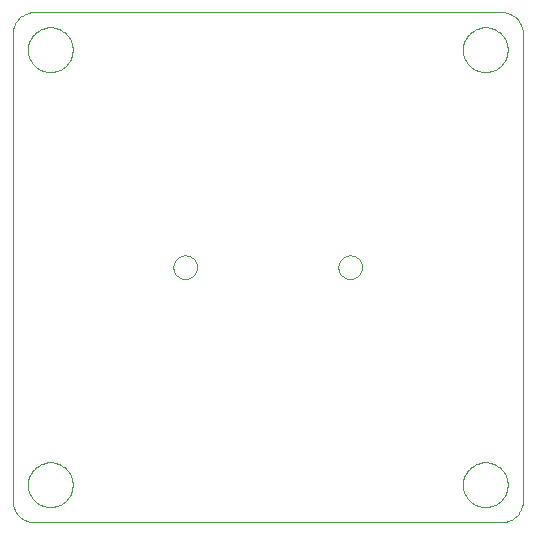
<source format=gbp>
G75*
G70*
%OFA0B0*%
%FSLAX24Y24*%
%IPPOS*%
%LPD*%
%AMOC8*
5,1,8,0,0,1.08239X$1,22.5*
%
%ADD10C,0.0000*%
D10*
X000150Y000857D02*
X000150Y016443D01*
X000152Y016493D01*
X000157Y016544D01*
X000166Y016593D01*
X000179Y016642D01*
X000195Y016690D01*
X000214Y016737D01*
X000236Y016782D01*
X000262Y016825D01*
X000291Y016867D01*
X000323Y016906D01*
X000357Y016943D01*
X000394Y016977D01*
X000433Y017009D01*
X000475Y017038D01*
X000518Y017064D01*
X000563Y017086D01*
X000610Y017105D01*
X000658Y017121D01*
X000707Y017134D01*
X000756Y017143D01*
X000807Y017148D01*
X000857Y017150D01*
X016443Y017150D01*
X016493Y017148D01*
X016544Y017143D01*
X016593Y017134D01*
X016642Y017121D01*
X016690Y017105D01*
X016737Y017086D01*
X016782Y017064D01*
X016825Y017038D01*
X016867Y017009D01*
X016906Y016977D01*
X016943Y016943D01*
X016977Y016906D01*
X017009Y016867D01*
X017038Y016825D01*
X017064Y016782D01*
X017086Y016737D01*
X017105Y016690D01*
X017121Y016642D01*
X017134Y016593D01*
X017143Y016544D01*
X017148Y016493D01*
X017150Y016443D01*
X017150Y000857D01*
X017148Y000807D01*
X017143Y000756D01*
X017134Y000707D01*
X017121Y000658D01*
X017105Y000610D01*
X017086Y000563D01*
X017064Y000518D01*
X017038Y000475D01*
X017009Y000433D01*
X016977Y000394D01*
X016943Y000357D01*
X016906Y000323D01*
X016867Y000291D01*
X016825Y000262D01*
X016782Y000236D01*
X016737Y000214D01*
X016690Y000195D01*
X016642Y000179D01*
X016593Y000166D01*
X016544Y000157D01*
X016493Y000152D01*
X016443Y000150D01*
X000857Y000150D01*
X000807Y000152D01*
X000756Y000157D01*
X000707Y000166D01*
X000658Y000179D01*
X000610Y000195D01*
X000563Y000214D01*
X000518Y000236D01*
X000475Y000262D01*
X000433Y000291D01*
X000394Y000323D01*
X000357Y000357D01*
X000323Y000394D01*
X000291Y000433D01*
X000262Y000475D01*
X000236Y000518D01*
X000214Y000563D01*
X000195Y000610D01*
X000179Y000658D01*
X000166Y000707D01*
X000157Y000756D01*
X000152Y000807D01*
X000150Y000857D01*
X000652Y001400D02*
X000654Y001455D01*
X000660Y001509D01*
X000670Y001563D01*
X000684Y001615D01*
X000701Y001667D01*
X000723Y001717D01*
X000748Y001766D01*
X000776Y001813D01*
X000808Y001857D01*
X000843Y001899D01*
X000881Y001938D01*
X000922Y001975D01*
X000965Y002008D01*
X001010Y002038D01*
X001058Y002065D01*
X001107Y002088D01*
X001158Y002108D01*
X001211Y002124D01*
X001264Y002136D01*
X001318Y002144D01*
X001373Y002148D01*
X001427Y002148D01*
X001482Y002144D01*
X001536Y002136D01*
X001589Y002124D01*
X001642Y002108D01*
X001693Y002088D01*
X001742Y002065D01*
X001790Y002038D01*
X001835Y002008D01*
X001878Y001975D01*
X001919Y001938D01*
X001957Y001899D01*
X001992Y001857D01*
X002024Y001813D01*
X002052Y001766D01*
X002077Y001717D01*
X002099Y001667D01*
X002116Y001615D01*
X002130Y001563D01*
X002140Y001509D01*
X002146Y001455D01*
X002148Y001400D01*
X002146Y001345D01*
X002140Y001291D01*
X002130Y001237D01*
X002116Y001185D01*
X002099Y001133D01*
X002077Y001083D01*
X002052Y001034D01*
X002024Y000987D01*
X001992Y000943D01*
X001957Y000901D01*
X001919Y000862D01*
X001878Y000825D01*
X001835Y000792D01*
X001790Y000762D01*
X001742Y000735D01*
X001693Y000712D01*
X001642Y000692D01*
X001589Y000676D01*
X001536Y000664D01*
X001482Y000656D01*
X001427Y000652D01*
X001373Y000652D01*
X001318Y000656D01*
X001264Y000664D01*
X001211Y000676D01*
X001158Y000692D01*
X001107Y000712D01*
X001058Y000735D01*
X001010Y000762D01*
X000965Y000792D01*
X000922Y000825D01*
X000881Y000862D01*
X000843Y000901D01*
X000808Y000943D01*
X000776Y000987D01*
X000748Y001034D01*
X000723Y001083D01*
X000701Y001133D01*
X000684Y001185D01*
X000670Y001237D01*
X000660Y001291D01*
X000654Y001345D01*
X000652Y001400D01*
X005506Y008650D02*
X005508Y008689D01*
X005514Y008728D01*
X005524Y008766D01*
X005537Y008803D01*
X005554Y008838D01*
X005574Y008872D01*
X005598Y008903D01*
X005625Y008932D01*
X005654Y008958D01*
X005686Y008981D01*
X005720Y009001D01*
X005756Y009017D01*
X005793Y009029D01*
X005832Y009038D01*
X005871Y009043D01*
X005910Y009044D01*
X005949Y009041D01*
X005988Y009034D01*
X006025Y009023D01*
X006062Y009009D01*
X006097Y008991D01*
X006130Y008970D01*
X006161Y008945D01*
X006189Y008918D01*
X006214Y008888D01*
X006236Y008855D01*
X006255Y008821D01*
X006270Y008785D01*
X006282Y008747D01*
X006290Y008709D01*
X006294Y008670D01*
X006294Y008630D01*
X006290Y008591D01*
X006282Y008553D01*
X006270Y008515D01*
X006255Y008479D01*
X006236Y008445D01*
X006214Y008412D01*
X006189Y008382D01*
X006161Y008355D01*
X006130Y008330D01*
X006097Y008309D01*
X006062Y008291D01*
X006025Y008277D01*
X005988Y008266D01*
X005949Y008259D01*
X005910Y008256D01*
X005871Y008257D01*
X005832Y008262D01*
X005793Y008271D01*
X005756Y008283D01*
X005720Y008299D01*
X005686Y008319D01*
X005654Y008342D01*
X005625Y008368D01*
X005598Y008397D01*
X005574Y008428D01*
X005554Y008462D01*
X005537Y008497D01*
X005524Y008534D01*
X005514Y008572D01*
X005508Y008611D01*
X005506Y008650D01*
X011006Y008650D02*
X011008Y008689D01*
X011014Y008728D01*
X011024Y008766D01*
X011037Y008803D01*
X011054Y008838D01*
X011074Y008872D01*
X011098Y008903D01*
X011125Y008932D01*
X011154Y008958D01*
X011186Y008981D01*
X011220Y009001D01*
X011256Y009017D01*
X011293Y009029D01*
X011332Y009038D01*
X011371Y009043D01*
X011410Y009044D01*
X011449Y009041D01*
X011488Y009034D01*
X011525Y009023D01*
X011562Y009009D01*
X011597Y008991D01*
X011630Y008970D01*
X011661Y008945D01*
X011689Y008918D01*
X011714Y008888D01*
X011736Y008855D01*
X011755Y008821D01*
X011770Y008785D01*
X011782Y008747D01*
X011790Y008709D01*
X011794Y008670D01*
X011794Y008630D01*
X011790Y008591D01*
X011782Y008553D01*
X011770Y008515D01*
X011755Y008479D01*
X011736Y008445D01*
X011714Y008412D01*
X011689Y008382D01*
X011661Y008355D01*
X011630Y008330D01*
X011597Y008309D01*
X011562Y008291D01*
X011525Y008277D01*
X011488Y008266D01*
X011449Y008259D01*
X011410Y008256D01*
X011371Y008257D01*
X011332Y008262D01*
X011293Y008271D01*
X011256Y008283D01*
X011220Y008299D01*
X011186Y008319D01*
X011154Y008342D01*
X011125Y008368D01*
X011098Y008397D01*
X011074Y008428D01*
X011054Y008462D01*
X011037Y008497D01*
X011024Y008534D01*
X011014Y008572D01*
X011008Y008611D01*
X011006Y008650D01*
X015152Y015900D02*
X015154Y015955D01*
X015160Y016009D01*
X015170Y016063D01*
X015184Y016115D01*
X015201Y016167D01*
X015223Y016217D01*
X015248Y016266D01*
X015276Y016313D01*
X015308Y016357D01*
X015343Y016399D01*
X015381Y016438D01*
X015422Y016475D01*
X015465Y016508D01*
X015510Y016538D01*
X015558Y016565D01*
X015607Y016588D01*
X015658Y016608D01*
X015711Y016624D01*
X015764Y016636D01*
X015818Y016644D01*
X015873Y016648D01*
X015927Y016648D01*
X015982Y016644D01*
X016036Y016636D01*
X016089Y016624D01*
X016142Y016608D01*
X016193Y016588D01*
X016242Y016565D01*
X016290Y016538D01*
X016335Y016508D01*
X016378Y016475D01*
X016419Y016438D01*
X016457Y016399D01*
X016492Y016357D01*
X016524Y016313D01*
X016552Y016266D01*
X016577Y016217D01*
X016599Y016167D01*
X016616Y016115D01*
X016630Y016063D01*
X016640Y016009D01*
X016646Y015955D01*
X016648Y015900D01*
X016646Y015845D01*
X016640Y015791D01*
X016630Y015737D01*
X016616Y015685D01*
X016599Y015633D01*
X016577Y015583D01*
X016552Y015534D01*
X016524Y015487D01*
X016492Y015443D01*
X016457Y015401D01*
X016419Y015362D01*
X016378Y015325D01*
X016335Y015292D01*
X016290Y015262D01*
X016242Y015235D01*
X016193Y015212D01*
X016142Y015192D01*
X016089Y015176D01*
X016036Y015164D01*
X015982Y015156D01*
X015927Y015152D01*
X015873Y015152D01*
X015818Y015156D01*
X015764Y015164D01*
X015711Y015176D01*
X015658Y015192D01*
X015607Y015212D01*
X015558Y015235D01*
X015510Y015262D01*
X015465Y015292D01*
X015422Y015325D01*
X015381Y015362D01*
X015343Y015401D01*
X015308Y015443D01*
X015276Y015487D01*
X015248Y015534D01*
X015223Y015583D01*
X015201Y015633D01*
X015184Y015685D01*
X015170Y015737D01*
X015160Y015791D01*
X015154Y015845D01*
X015152Y015900D01*
X000652Y015900D02*
X000654Y015955D01*
X000660Y016009D01*
X000670Y016063D01*
X000684Y016115D01*
X000701Y016167D01*
X000723Y016217D01*
X000748Y016266D01*
X000776Y016313D01*
X000808Y016357D01*
X000843Y016399D01*
X000881Y016438D01*
X000922Y016475D01*
X000965Y016508D01*
X001010Y016538D01*
X001058Y016565D01*
X001107Y016588D01*
X001158Y016608D01*
X001211Y016624D01*
X001264Y016636D01*
X001318Y016644D01*
X001373Y016648D01*
X001427Y016648D01*
X001482Y016644D01*
X001536Y016636D01*
X001589Y016624D01*
X001642Y016608D01*
X001693Y016588D01*
X001742Y016565D01*
X001790Y016538D01*
X001835Y016508D01*
X001878Y016475D01*
X001919Y016438D01*
X001957Y016399D01*
X001992Y016357D01*
X002024Y016313D01*
X002052Y016266D01*
X002077Y016217D01*
X002099Y016167D01*
X002116Y016115D01*
X002130Y016063D01*
X002140Y016009D01*
X002146Y015955D01*
X002148Y015900D01*
X002146Y015845D01*
X002140Y015791D01*
X002130Y015737D01*
X002116Y015685D01*
X002099Y015633D01*
X002077Y015583D01*
X002052Y015534D01*
X002024Y015487D01*
X001992Y015443D01*
X001957Y015401D01*
X001919Y015362D01*
X001878Y015325D01*
X001835Y015292D01*
X001790Y015262D01*
X001742Y015235D01*
X001693Y015212D01*
X001642Y015192D01*
X001589Y015176D01*
X001536Y015164D01*
X001482Y015156D01*
X001427Y015152D01*
X001373Y015152D01*
X001318Y015156D01*
X001264Y015164D01*
X001211Y015176D01*
X001158Y015192D01*
X001107Y015212D01*
X001058Y015235D01*
X001010Y015262D01*
X000965Y015292D01*
X000922Y015325D01*
X000881Y015362D01*
X000843Y015401D01*
X000808Y015443D01*
X000776Y015487D01*
X000748Y015534D01*
X000723Y015583D01*
X000701Y015633D01*
X000684Y015685D01*
X000670Y015737D01*
X000660Y015791D01*
X000654Y015845D01*
X000652Y015900D01*
X015152Y001400D02*
X015154Y001455D01*
X015160Y001509D01*
X015170Y001563D01*
X015184Y001615D01*
X015201Y001667D01*
X015223Y001717D01*
X015248Y001766D01*
X015276Y001813D01*
X015308Y001857D01*
X015343Y001899D01*
X015381Y001938D01*
X015422Y001975D01*
X015465Y002008D01*
X015510Y002038D01*
X015558Y002065D01*
X015607Y002088D01*
X015658Y002108D01*
X015711Y002124D01*
X015764Y002136D01*
X015818Y002144D01*
X015873Y002148D01*
X015927Y002148D01*
X015982Y002144D01*
X016036Y002136D01*
X016089Y002124D01*
X016142Y002108D01*
X016193Y002088D01*
X016242Y002065D01*
X016290Y002038D01*
X016335Y002008D01*
X016378Y001975D01*
X016419Y001938D01*
X016457Y001899D01*
X016492Y001857D01*
X016524Y001813D01*
X016552Y001766D01*
X016577Y001717D01*
X016599Y001667D01*
X016616Y001615D01*
X016630Y001563D01*
X016640Y001509D01*
X016646Y001455D01*
X016648Y001400D01*
X016646Y001345D01*
X016640Y001291D01*
X016630Y001237D01*
X016616Y001185D01*
X016599Y001133D01*
X016577Y001083D01*
X016552Y001034D01*
X016524Y000987D01*
X016492Y000943D01*
X016457Y000901D01*
X016419Y000862D01*
X016378Y000825D01*
X016335Y000792D01*
X016290Y000762D01*
X016242Y000735D01*
X016193Y000712D01*
X016142Y000692D01*
X016089Y000676D01*
X016036Y000664D01*
X015982Y000656D01*
X015927Y000652D01*
X015873Y000652D01*
X015818Y000656D01*
X015764Y000664D01*
X015711Y000676D01*
X015658Y000692D01*
X015607Y000712D01*
X015558Y000735D01*
X015510Y000762D01*
X015465Y000792D01*
X015422Y000825D01*
X015381Y000862D01*
X015343Y000901D01*
X015308Y000943D01*
X015276Y000987D01*
X015248Y001034D01*
X015223Y001083D01*
X015201Y001133D01*
X015184Y001185D01*
X015170Y001237D01*
X015160Y001291D01*
X015154Y001345D01*
X015152Y001400D01*
M02*

</source>
